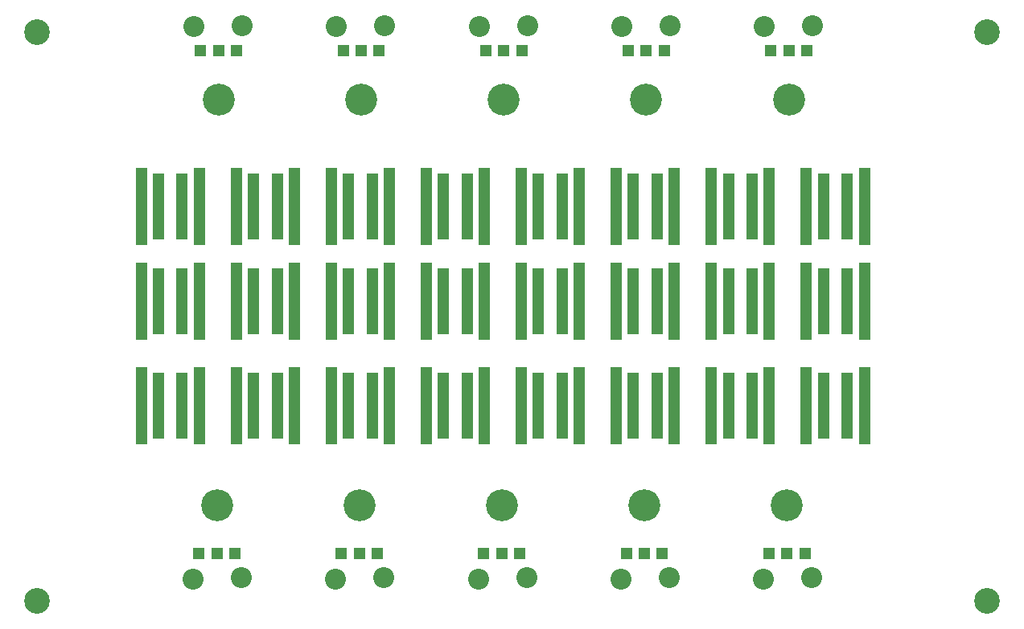
<source format=gbs>
G04*
G04 #@! TF.GenerationSoftware,Altium Limited,Altium Designer,20.2.6 (244)*
G04*
G04 Layer_Color=16711935*
%FSLAX25Y25*%
%MOIN*%
G70*
G04*
G04 #@! TF.SameCoordinates,DE4CB47F-8CA2-4EB0-BB09-0AE2ED907EE7*
G04*
G04*
G04 #@! TF.FilePolarity,Negative*
G04*
G01*
G75*
%ADD20C,0.13202*%
%ADD21R,0.04737X0.04737*%
%ADD22C,0.08674*%
%ADD23C,0.10642*%
%ADD29R,0.04900X0.27600*%
%ADD31R,0.05100X0.32300*%
D20*
X449213Y346063D02*
D03*
X390158D02*
D03*
X331102D02*
D03*
X272047D02*
D03*
X212992D02*
D03*
X212205Y177559D02*
D03*
X271260D02*
D03*
X330315D02*
D03*
X389370D02*
D03*
X448425D02*
D03*
D21*
X441732Y366142D02*
D03*
X449213D02*
D03*
X456693D02*
D03*
X382677D02*
D03*
X390158D02*
D03*
X397638D02*
D03*
X323622D02*
D03*
X331102D02*
D03*
X338583D02*
D03*
X264567D02*
D03*
X272047D02*
D03*
X279528D02*
D03*
X212992D02*
D03*
X220472D02*
D03*
X205512D02*
D03*
X322835Y157480D02*
D03*
X204724D02*
D03*
X212205D02*
D03*
X219685D02*
D03*
X263779D02*
D03*
X271260D02*
D03*
X278740D02*
D03*
X330315D02*
D03*
X337795D02*
D03*
X381890D02*
D03*
X389370D02*
D03*
X396850D02*
D03*
X440945D02*
D03*
X448425D02*
D03*
X455905D02*
D03*
D22*
X458976Y376673D02*
D03*
X438976Y376142D02*
D03*
X399921Y376673D02*
D03*
X379921Y376142D02*
D03*
X340866Y376673D02*
D03*
X320866Y376142D02*
D03*
X281811Y376673D02*
D03*
X261811Y376142D02*
D03*
X222756Y376673D02*
D03*
X202756Y376142D02*
D03*
X222441Y147480D02*
D03*
X202441Y146949D02*
D03*
X281496Y147480D02*
D03*
X261496Y146949D02*
D03*
X340551Y147480D02*
D03*
X320551Y146949D02*
D03*
X399606Y147480D02*
D03*
X379606Y146949D02*
D03*
X458661Y147480D02*
D03*
X438661Y146949D02*
D03*
D23*
X531496Y374016D02*
D03*
Y137795D02*
D03*
X137795D02*
D03*
Y374016D02*
D03*
D29*
X394685Y262244D02*
D03*
X384842D02*
D03*
X394685Y218937D02*
D03*
X384842D02*
D03*
X276575Y262244D02*
D03*
X266732D02*
D03*
X276575Y218937D02*
D03*
X266732D02*
D03*
X237205D02*
D03*
X227362D02*
D03*
X315945Y262244D02*
D03*
X306102D02*
D03*
X315945Y301614D02*
D03*
X306102D02*
D03*
X276575D02*
D03*
X266732D02*
D03*
X237205D02*
D03*
X227362D02*
D03*
X197835Y218937D02*
D03*
X187992D02*
D03*
X237205Y262244D02*
D03*
X227362D02*
D03*
X434055Y218937D02*
D03*
X424213D02*
D03*
X434055Y262244D02*
D03*
X424213D02*
D03*
X473425Y218937D02*
D03*
X463583D02*
D03*
X394685Y301614D02*
D03*
X384842D02*
D03*
X355315D02*
D03*
X345472D02*
D03*
X473425Y262244D02*
D03*
X463583D02*
D03*
X473425Y301614D02*
D03*
X463583D02*
D03*
X434055D02*
D03*
X424213D02*
D03*
X197835Y262244D02*
D03*
X187992D02*
D03*
X197835Y301614D02*
D03*
X187992D02*
D03*
X355315Y262244D02*
D03*
X345472D02*
D03*
X315945Y218937D02*
D03*
X306102D02*
D03*
X345472D02*
D03*
X355315D02*
D03*
D31*
X377736Y262244D02*
D03*
X401791D02*
D03*
X377736Y218937D02*
D03*
X401791D02*
D03*
X259626Y262244D02*
D03*
X283681D02*
D03*
X259626Y218937D02*
D03*
X283681D02*
D03*
X220256D02*
D03*
X244311D02*
D03*
X298996Y262244D02*
D03*
X323051D02*
D03*
X298996Y301614D02*
D03*
X323051D02*
D03*
X259626D02*
D03*
X283681D02*
D03*
X220256D02*
D03*
X244311D02*
D03*
X180886Y218937D02*
D03*
X204941D02*
D03*
X220256Y262244D02*
D03*
X244311D02*
D03*
X417106Y218937D02*
D03*
X441161D02*
D03*
X417106Y262244D02*
D03*
X441161D02*
D03*
X456476Y218937D02*
D03*
X480532D02*
D03*
X377736Y301614D02*
D03*
X401791D02*
D03*
X338366D02*
D03*
X362421D02*
D03*
X456476Y262244D02*
D03*
X480532D02*
D03*
X456476Y301614D02*
D03*
X480532D02*
D03*
X417106D02*
D03*
X441161D02*
D03*
X180886Y262244D02*
D03*
X204941D02*
D03*
X180886Y301614D02*
D03*
X204941D02*
D03*
X338366Y262244D02*
D03*
X362421D02*
D03*
X298996Y218937D02*
D03*
X323051D02*
D03*
X362421D02*
D03*
X338366D02*
D03*
M02*

</source>
